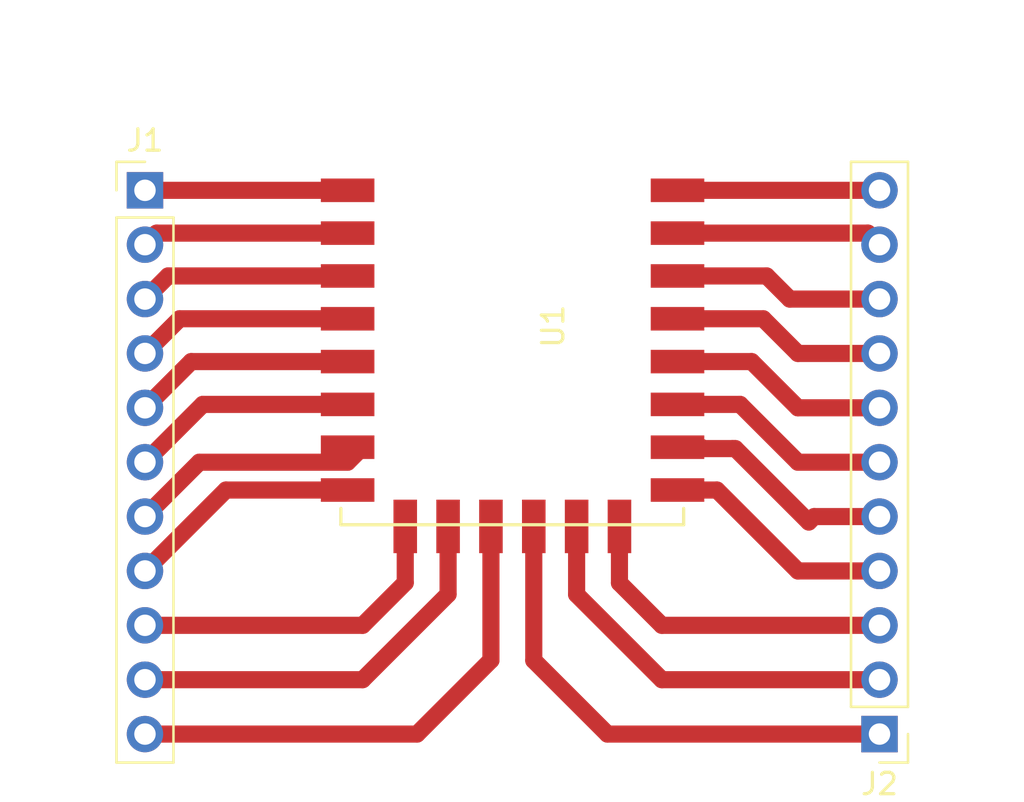
<source format=kicad_pcb>
(kicad_pcb (version 4) (host pcbnew 4.0.7)

  (general
    (links 22)
    (no_connects 0)
    (area 131.587142 95.164999 179.562858 132.945)
    (thickness 1.6)
    (drawings 0)
    (tracks 59)
    (zones 0)
    (modules 3)
    (nets 23)
  )

  (page A4)
  (layers
    (0 F.Cu signal)
    (31 B.Cu signal)
    (32 B.Adhes user)
    (33 F.Adhes user)
    (34 B.Paste user)
    (35 F.Paste user)
    (36 B.SilkS user)
    (37 F.SilkS user)
    (38 B.Mask user)
    (39 F.Mask user)
    (40 Dwgs.User user)
    (41 Cmts.User user)
    (42 Eco1.User user)
    (43 Eco2.User user)
    (44 Edge.Cuts user)
    (45 Margin user)
    (46 B.CrtYd user)
    (47 F.CrtYd user)
    (48 B.Fab user)
    (49 F.Fab user)
  )

  (setup
    (last_trace_width 0.8)
    (trace_clearance 0.2)
    (zone_clearance 0.508)
    (zone_45_only yes)
    (trace_min 0.2)
    (segment_width 0.2)
    (edge_width 0.1)
    (via_size 0.6)
    (via_drill 0.4)
    (via_min_size 0.4)
    (via_min_drill 0.3)
    (uvia_size 0.3)
    (uvia_drill 0.1)
    (uvias_allowed no)
    (uvia_min_size 0.2)
    (uvia_min_drill 0.1)
    (pcb_text_width 0.3)
    (pcb_text_size 1.5 1.5)
    (mod_edge_width 0.15)
    (mod_text_size 1 1)
    (mod_text_width 0.15)
    (pad_size 1.5 1.5)
    (pad_drill 0.6)
    (pad_to_mask_clearance 0)
    (aux_axis_origin 0 0)
    (visible_elements FFFFEF7F)
    (pcbplotparams
      (layerselection 0x00000_00000001)
      (usegerberextensions false)
      (excludeedgelayer false)
      (linewidth 0.100000)
      (plotframeref false)
      (viasonmask false)
      (mode 1)
      (useauxorigin false)
      (hpglpennumber 1)
      (hpglpenspeed 20)
      (hpglpendiameter 15)
      (hpglpenoverlay 2)
      (psnegative true)
      (psa4output false)
      (plotreference true)
      (plotvalue true)
      (plotinvisibletext false)
      (padsonsilk false)
      (subtractmaskfromsilk false)
      (outputformat 5)
      (mirror false)
      (drillshape 1)
      (scaleselection 1)
      (outputdirectory ""))
  )

  (net 0 "")
  (net 1 "Net-(J1-Pad1)")
  (net 2 "Net-(J1-Pad2)")
  (net 3 "Net-(J1-Pad3)")
  (net 4 "Net-(J1-Pad4)")
  (net 5 "Net-(J1-Pad5)")
  (net 6 "Net-(J1-Pad6)")
  (net 7 "Net-(J1-Pad7)")
  (net 8 "Net-(J1-Pad8)")
  (net 9 "Net-(J1-Pad9)")
  (net 10 "Net-(J1-Pad10)")
  (net 11 "Net-(J1-Pad11)")
  (net 12 "Net-(J2-Pad1)")
  (net 13 "Net-(J2-Pad2)")
  (net 14 "Net-(J2-Pad3)")
  (net 15 "Net-(J2-Pad4)")
  (net 16 "Net-(J2-Pad5)")
  (net 17 "Net-(J2-Pad6)")
  (net 18 "Net-(J2-Pad7)")
  (net 19 "Net-(J2-Pad8)")
  (net 20 "Net-(J2-Pad9)")
  (net 21 "Net-(J2-Pad10)")
  (net 22 "Net-(J2-Pad11)")

  (net_class Default "Dies ist die voreingestellte Netzklasse."
    (clearance 0.2)
    (trace_width 0.8)
    (via_dia 0.6)
    (via_drill 0.4)
    (uvia_dia 0.3)
    (uvia_drill 0.1)
    (add_net "Net-(J1-Pad1)")
    (add_net "Net-(J1-Pad10)")
    (add_net "Net-(J1-Pad11)")
    (add_net "Net-(J1-Pad2)")
    (add_net "Net-(J1-Pad3)")
    (add_net "Net-(J1-Pad4)")
    (add_net "Net-(J1-Pad5)")
    (add_net "Net-(J1-Pad6)")
    (add_net "Net-(J1-Pad7)")
    (add_net "Net-(J1-Pad8)")
    (add_net "Net-(J1-Pad9)")
    (add_net "Net-(J2-Pad1)")
    (add_net "Net-(J2-Pad10)")
    (add_net "Net-(J2-Pad11)")
    (add_net "Net-(J2-Pad2)")
    (add_net "Net-(J2-Pad3)")
    (add_net "Net-(J2-Pad4)")
    (add_net "Net-(J2-Pad5)")
    (add_net "Net-(J2-Pad6)")
    (add_net "Net-(J2-Pad7)")
    (add_net "Net-(J2-Pad8)")
    (add_net "Net-(J2-Pad9)")
  )

  (module Pin_Headers:Pin_Header_Straight_1x11_Pitch2.54mm (layer F.Cu) (tedit 59650532) (tstamp 5BD62234)
    (at 138.43 104.14)
    (descr "Through hole straight pin header, 1x11, 2.54mm pitch, single row")
    (tags "Through hole pin header THT 1x11 2.54mm single row")
    (path /5BD4A99D)
    (fp_text reference J1 (at 0 -2.33) (layer F.SilkS)
      (effects (font (size 1 1) (thickness 0.15)))
    )
    (fp_text value Conn_01x11_Male (at 0 27.73) (layer F.Fab)
      (effects (font (size 1 1) (thickness 0.15)))
    )
    (fp_line (start -0.635 -1.27) (end 1.27 -1.27) (layer F.Fab) (width 0.1))
    (fp_line (start 1.27 -1.27) (end 1.27 26.67) (layer F.Fab) (width 0.1))
    (fp_line (start 1.27 26.67) (end -1.27 26.67) (layer F.Fab) (width 0.1))
    (fp_line (start -1.27 26.67) (end -1.27 -0.635) (layer F.Fab) (width 0.1))
    (fp_line (start -1.27 -0.635) (end -0.635 -1.27) (layer F.Fab) (width 0.1))
    (fp_line (start -1.33 26.73) (end 1.33 26.73) (layer F.SilkS) (width 0.12))
    (fp_line (start -1.33 1.27) (end -1.33 26.73) (layer F.SilkS) (width 0.12))
    (fp_line (start 1.33 1.27) (end 1.33 26.73) (layer F.SilkS) (width 0.12))
    (fp_line (start -1.33 1.27) (end 1.33 1.27) (layer F.SilkS) (width 0.12))
    (fp_line (start -1.33 0) (end -1.33 -1.33) (layer F.SilkS) (width 0.12))
    (fp_line (start -1.33 -1.33) (end 0 -1.33) (layer F.SilkS) (width 0.12))
    (fp_line (start -1.8 -1.8) (end -1.8 27.2) (layer F.CrtYd) (width 0.05))
    (fp_line (start -1.8 27.2) (end 1.8 27.2) (layer F.CrtYd) (width 0.05))
    (fp_line (start 1.8 27.2) (end 1.8 -1.8) (layer F.CrtYd) (width 0.05))
    (fp_line (start 1.8 -1.8) (end -1.8 -1.8) (layer F.CrtYd) (width 0.05))
    (fp_text user %R (at 0 12.7 90) (layer F.Fab)
      (effects (font (size 1 1) (thickness 0.15)))
    )
    (pad 1 thru_hole rect (at 0 0) (size 1.7 1.7) (drill 1) (layers *.Cu *.Mask)
      (net 1 "Net-(J1-Pad1)"))
    (pad 2 thru_hole oval (at 0 2.54) (size 1.7 1.7) (drill 1) (layers *.Cu *.Mask)
      (net 2 "Net-(J1-Pad2)"))
    (pad 3 thru_hole oval (at 0 5.08) (size 1.7 1.7) (drill 1) (layers *.Cu *.Mask)
      (net 3 "Net-(J1-Pad3)"))
    (pad 4 thru_hole oval (at 0 7.62) (size 1.7 1.7) (drill 1) (layers *.Cu *.Mask)
      (net 4 "Net-(J1-Pad4)"))
    (pad 5 thru_hole oval (at 0 10.16) (size 1.7 1.7) (drill 1) (layers *.Cu *.Mask)
      (net 5 "Net-(J1-Pad5)"))
    (pad 6 thru_hole oval (at 0 12.7) (size 1.7 1.7) (drill 1) (layers *.Cu *.Mask)
      (net 6 "Net-(J1-Pad6)"))
    (pad 7 thru_hole oval (at 0 15.24) (size 1.7 1.7) (drill 1) (layers *.Cu *.Mask)
      (net 7 "Net-(J1-Pad7)"))
    (pad 8 thru_hole oval (at 0 17.78) (size 1.7 1.7) (drill 1) (layers *.Cu *.Mask)
      (net 8 "Net-(J1-Pad8)"))
    (pad 9 thru_hole oval (at 0 20.32) (size 1.7 1.7) (drill 1) (layers *.Cu *.Mask)
      (net 9 "Net-(J1-Pad9)"))
    (pad 10 thru_hole oval (at 0 22.86) (size 1.7 1.7) (drill 1) (layers *.Cu *.Mask)
      (net 10 "Net-(J1-Pad10)"))
    (pad 11 thru_hole oval (at 0 25.4) (size 1.7 1.7) (drill 1) (layers *.Cu *.Mask)
      (net 11 "Net-(J1-Pad11)"))
    (model ${KISYS3DMOD}/Pin_Headers.3dshapes/Pin_Header_Straight_1x11_Pitch2.54mm.wrl
      (at (xyz 0 0 0))
      (scale (xyz 1 1 1))
      (rotate (xyz 0 0 0))
    )
  )

  (module Pin_Headers:Pin_Header_Straight_1x11_Pitch2.54mm (layer F.Cu) (tedit 59650532) (tstamp 5BD62253)
    (at 172.72 129.54 180)
    (descr "Through hole straight pin header, 1x11, 2.54mm pitch, single row")
    (tags "Through hole pin header THT 1x11 2.54mm single row")
    (path /5BD4A960)
    (fp_text reference J2 (at 0 -2.33 180) (layer F.SilkS)
      (effects (font (size 1 1) (thickness 0.15)))
    )
    (fp_text value Conn_01x11_Male (at 0 27.73 180) (layer F.Fab)
      (effects (font (size 1 1) (thickness 0.15)))
    )
    (fp_line (start -0.635 -1.27) (end 1.27 -1.27) (layer F.Fab) (width 0.1))
    (fp_line (start 1.27 -1.27) (end 1.27 26.67) (layer F.Fab) (width 0.1))
    (fp_line (start 1.27 26.67) (end -1.27 26.67) (layer F.Fab) (width 0.1))
    (fp_line (start -1.27 26.67) (end -1.27 -0.635) (layer F.Fab) (width 0.1))
    (fp_line (start -1.27 -0.635) (end -0.635 -1.27) (layer F.Fab) (width 0.1))
    (fp_line (start -1.33 26.73) (end 1.33 26.73) (layer F.SilkS) (width 0.12))
    (fp_line (start -1.33 1.27) (end -1.33 26.73) (layer F.SilkS) (width 0.12))
    (fp_line (start 1.33 1.27) (end 1.33 26.73) (layer F.SilkS) (width 0.12))
    (fp_line (start -1.33 1.27) (end 1.33 1.27) (layer F.SilkS) (width 0.12))
    (fp_line (start -1.33 0) (end -1.33 -1.33) (layer F.SilkS) (width 0.12))
    (fp_line (start -1.33 -1.33) (end 0 -1.33) (layer F.SilkS) (width 0.12))
    (fp_line (start -1.8 -1.8) (end -1.8 27.2) (layer F.CrtYd) (width 0.05))
    (fp_line (start -1.8 27.2) (end 1.8 27.2) (layer F.CrtYd) (width 0.05))
    (fp_line (start 1.8 27.2) (end 1.8 -1.8) (layer F.CrtYd) (width 0.05))
    (fp_line (start 1.8 -1.8) (end -1.8 -1.8) (layer F.CrtYd) (width 0.05))
    (fp_text user %R (at 0 12.7 270) (layer F.Fab)
      (effects (font (size 1 1) (thickness 0.15)))
    )
    (pad 1 thru_hole rect (at 0 0 180) (size 1.7 1.7) (drill 1) (layers *.Cu *.Mask)
      (net 12 "Net-(J2-Pad1)"))
    (pad 2 thru_hole oval (at 0 2.54 180) (size 1.7 1.7) (drill 1) (layers *.Cu *.Mask)
      (net 13 "Net-(J2-Pad2)"))
    (pad 3 thru_hole oval (at 0 5.08 180) (size 1.7 1.7) (drill 1) (layers *.Cu *.Mask)
      (net 14 "Net-(J2-Pad3)"))
    (pad 4 thru_hole oval (at 0 7.62 180) (size 1.7 1.7) (drill 1) (layers *.Cu *.Mask)
      (net 15 "Net-(J2-Pad4)"))
    (pad 5 thru_hole oval (at 0 10.16 180) (size 1.7 1.7) (drill 1) (layers *.Cu *.Mask)
      (net 16 "Net-(J2-Pad5)"))
    (pad 6 thru_hole oval (at 0 12.7 180) (size 1.7 1.7) (drill 1) (layers *.Cu *.Mask)
      (net 17 "Net-(J2-Pad6)"))
    (pad 7 thru_hole oval (at 0 15.24 180) (size 1.7 1.7) (drill 1) (layers *.Cu *.Mask)
      (net 18 "Net-(J2-Pad7)"))
    (pad 8 thru_hole oval (at 0 17.78 180) (size 1.7 1.7) (drill 1) (layers *.Cu *.Mask)
      (net 19 "Net-(J2-Pad8)"))
    (pad 9 thru_hole oval (at 0 20.32 180) (size 1.7 1.7) (drill 1) (layers *.Cu *.Mask)
      (net 20 "Net-(J2-Pad9)"))
    (pad 10 thru_hole oval (at 0 22.86 180) (size 1.7 1.7) (drill 1) (layers *.Cu *.Mask)
      (net 21 "Net-(J2-Pad10)"))
    (pad 11 thru_hole oval (at 0 25.4 180) (size 1.7 1.7) (drill 1) (layers *.Cu *.Mask)
      (net 22 "Net-(J2-Pad11)"))
    (model ${KISYS3DMOD}/Pin_Headers.3dshapes/Pin_Header_Straight_1x11_Pitch2.54mm.wrl
      (at (xyz 0 0 0))
      (scale (xyz 1 1 1))
      (rotate (xyz 0 0 0))
    )
  )

  (module ESP8266:ESP-12E_SMD (layer F.Cu) (tedit 58FB7FFE) (tstamp 5BD62281)
    (at 148.59 104.14)
    (descr "Module, ESP-8266, ESP-12, 16 pad, SMD")
    (tags "Module ESP-8266 ESP8266")
    (path /5BD496BF)
    (fp_text reference U1 (at 8.89 6.35 90) (layer F.SilkS)
      (effects (font (size 1 1) (thickness 0.15)))
    )
    (fp_text value ESP-12E (at 5.08 6.35 90) (layer F.Fab) hide
      (effects (font (size 1 1) (thickness 0.15)))
    )
    (fp_line (start -2.25 -0.5) (end -2.25 -8.75) (layer F.CrtYd) (width 0.05))
    (fp_line (start -2.25 -8.75) (end 15.25 -8.75) (layer F.CrtYd) (width 0.05))
    (fp_line (start 15.25 -8.75) (end 16.25 -8.75) (layer F.CrtYd) (width 0.05))
    (fp_line (start 16.25 -8.75) (end 16.25 16) (layer F.CrtYd) (width 0.05))
    (fp_line (start 16.25 16) (end -2.25 16) (layer F.CrtYd) (width 0.05))
    (fp_line (start -2.25 16) (end -2.25 -0.5) (layer F.CrtYd) (width 0.05))
    (fp_line (start -1.016 -8.382) (end 14.986 -8.382) (layer F.CrtYd) (width 0.1524))
    (fp_line (start 14.986 -8.382) (end 14.986 -0.889) (layer F.CrtYd) (width 0.1524))
    (fp_line (start -1.016 -8.382) (end -1.016 -1.016) (layer F.CrtYd) (width 0.1524))
    (fp_line (start -1.016 14.859) (end -1.016 15.621) (layer F.SilkS) (width 0.1524))
    (fp_line (start -1.016 15.621) (end 14.986 15.621) (layer F.SilkS) (width 0.1524))
    (fp_line (start 14.986 15.621) (end 14.986 14.859) (layer F.SilkS) (width 0.1524))
    (fp_line (start 14.992 -8.4) (end -1.008 -2.6) (layer F.CrtYd) (width 0.1524))
    (fp_line (start -1.008 -8.4) (end 14.992 -2.6) (layer F.CrtYd) (width 0.1524))
    (fp_text user "No Copper" (at 6.892 -5.4) (layer F.CrtYd)
      (effects (font (size 1 1) (thickness 0.15)))
    )
    (fp_line (start -1.008 -2.6) (end 14.992 -2.6) (layer F.CrtYd) (width 0.1524))
    (fp_line (start 15 -8.4) (end 15 15.6) (layer F.Fab) (width 0.05))
    (fp_line (start 14.992 15.6) (end -1.008 15.6) (layer F.Fab) (width 0.05))
    (fp_line (start -1.008 15.6) (end -1.008 -8.4) (layer F.Fab) (width 0.05))
    (fp_line (start -1.008 -8.4) (end 14.992 -8.4) (layer F.Fab) (width 0.05))
    (pad 1 smd rect (at 0 0) (size 2.5 1.1) (drill (offset -0.7 0)) (layers F.Cu F.Paste F.Mask)
      (net 1 "Net-(J1-Pad1)"))
    (pad 2 smd rect (at 0 2) (size 2.5 1.1) (drill (offset -0.7 0)) (layers F.Cu F.Paste F.Mask)
      (net 2 "Net-(J1-Pad2)"))
    (pad 3 smd rect (at 0 4) (size 2.5 1.1) (drill (offset -0.7 0)) (layers F.Cu F.Paste F.Mask)
      (net 3 "Net-(J1-Pad3)"))
    (pad 4 smd rect (at 0 6) (size 2.5 1.1) (drill (offset -0.7 0)) (layers F.Cu F.Paste F.Mask)
      (net 4 "Net-(J1-Pad4)"))
    (pad 5 smd rect (at 0 8) (size 2.5 1.1) (drill (offset -0.7 0)) (layers F.Cu F.Paste F.Mask)
      (net 5 "Net-(J1-Pad5)"))
    (pad 6 smd rect (at 0 10) (size 2.5 1.1) (drill (offset -0.7 0)) (layers F.Cu F.Paste F.Mask)
      (net 6 "Net-(J1-Pad6)"))
    (pad 7 smd rect (at 0 12) (size 2.5 1.1) (drill (offset -0.7 0)) (layers F.Cu F.Paste F.Mask)
      (net 7 "Net-(J1-Pad7)"))
    (pad 8 smd rect (at 0 14) (size 2.5 1.1) (drill (offset -0.7 0)) (layers F.Cu F.Paste F.Mask)
      (net 8 "Net-(J1-Pad8)"))
    (pad 9 smd rect (at 14 14) (size 2.5 1.1) (drill (offset 0.7 0)) (layers F.Cu F.Paste F.Mask)
      (net 15 "Net-(J2-Pad4)"))
    (pad 10 smd rect (at 14 12) (size 2.5 1.1) (drill (offset 0.7 0)) (layers F.Cu F.Paste F.Mask)
      (net 16 "Net-(J2-Pad5)"))
    (pad 11 smd rect (at 14 10) (size 2.5 1.1) (drill (offset 0.7 0)) (layers F.Cu F.Paste F.Mask)
      (net 17 "Net-(J2-Pad6)"))
    (pad 12 smd rect (at 14 8) (size 2.5 1.1) (drill (offset 0.7 0)) (layers F.Cu F.Paste F.Mask)
      (net 18 "Net-(J2-Pad7)"))
    (pad 13 smd rect (at 14 6) (size 2.5 1.1) (drill (offset 0.7 0)) (layers F.Cu F.Paste F.Mask)
      (net 19 "Net-(J2-Pad8)"))
    (pad 14 smd rect (at 14 4) (size 2.5 1.1) (drill (offset 0.7 0)) (layers F.Cu F.Paste F.Mask)
      (net 20 "Net-(J2-Pad9)"))
    (pad 15 smd rect (at 14 2) (size 2.5 1.1) (drill (offset 0.7 0)) (layers F.Cu F.Paste F.Mask)
      (net 21 "Net-(J2-Pad10)"))
    (pad 16 smd rect (at 14 0) (size 2.5 1.1) (drill (offset 0.7 0)) (layers F.Cu F.Paste F.Mask)
      (net 22 "Net-(J2-Pad11)"))
    (pad 17 smd rect (at 1.99 15 90) (size 2.5 1.1) (drill (offset -0.7 0)) (layers F.Cu F.Paste F.Mask)
      (net 9 "Net-(J1-Pad9)"))
    (pad 18 smd rect (at 3.99 15 90) (size 2.5 1.1) (drill (offset -0.7 0)) (layers F.Cu F.Paste F.Mask)
      (net 10 "Net-(J1-Pad10)"))
    (pad 19 smd rect (at 5.99 15 90) (size 2.5 1.1) (drill (offset -0.7 0)) (layers F.Cu F.Paste F.Mask)
      (net 11 "Net-(J1-Pad11)"))
    (pad 20 smd rect (at 7.99 15 90) (size 2.5 1.1) (drill (offset -0.7 0)) (layers F.Cu F.Paste F.Mask)
      (net 12 "Net-(J2-Pad1)"))
    (pad 21 smd rect (at 9.99 15 90) (size 2.5 1.1) (drill (offset -0.7 0)) (layers F.Cu F.Paste F.Mask)
      (net 13 "Net-(J2-Pad2)"))
    (pad 22 smd rect (at 11.99 15 90) (size 2.5 1.1) (drill (offset -0.7 0)) (layers F.Cu F.Paste F.Mask)
      (net 14 "Net-(J2-Pad3)"))
    (model ${ESPLIB}/ESP8266.3dshapes/ESP-12.wrl
      (at (xyz 0 0 0))
      (scale (xyz 0.3937 0.3937 0.3937))
      (rotate (xyz 0 0 0))
    )
  )

  (segment (start 148.59 104.14) (end 138.43 104.14) (width 0.8) (layer F.Cu) (net 1))
  (segment (start 148.59 106.14) (end 138.97 106.14) (width 0.8) (layer F.Cu) (net 2))
  (segment (start 138.97 106.14) (end 138.43 106.68) (width 0.8) (layer F.Cu) (net 2) (tstamp 5BDB3860))
  (segment (start 147.32 108.14) (end 139.51 108.14) (width 0.8) (layer F.Cu) (net 3))
  (segment (start 139.51 108.14) (end 138.43 109.22) (width 0.8) (layer F.Cu) (net 3) (tstamp 5BDB386E))
  (segment (start 148.59 110.14) (end 140.05 110.14) (width 0.8) (layer F.Cu) (net 4))
  (segment (start 140.05 110.14) (end 138.43 111.76) (width 0.8) (layer F.Cu) (net 4) (tstamp 5BDB3875))
  (segment (start 148.59 112.14) (end 140.59 112.14) (width 0.8) (layer F.Cu) (net 5))
  (segment (start 140.59 112.14) (end 138.43 114.3) (width 0.8) (layer F.Cu) (net 5) (tstamp 5BDB3879))
  (segment (start 148.59 114.14) (end 141.13 114.14) (width 0.8) (layer F.Cu) (net 6))
  (segment (start 141.13 114.14) (end 138.43 116.84) (width 0.8) (layer F.Cu) (net 6) (tstamp 5BDB387D))
  (segment (start 148.59 116.14) (end 147.89 116.84) (width 0.8) (layer F.Cu) (net 7))
  (segment (start 140.97 116.84) (end 138.43 119.38) (width 0.8) (layer F.Cu) (net 7) (tstamp 5BDB421B))
  (segment (start 147.89 116.84) (end 140.97 116.84) (width 0.8) (layer F.Cu) (net 7) (tstamp 5BDB4219))
  (segment (start 148.59 118.14) (end 142.21 118.14) (width 0.8) (layer F.Cu) (net 8))
  (segment (start 142.21 118.14) (end 138.43 121.92) (width 0.8) (layer F.Cu) (net 8) (tstamp 5BDB3885))
  (segment (start 150.58 119.14) (end 150.58 122.47) (width 0.8) (layer F.Cu) (net 9))
  (segment (start 148.59 124.46) (end 138.43 124.46) (width 0.8) (layer F.Cu) (net 9) (tstamp 5BDB38A6))
  (segment (start 150.58 122.47) (end 148.59 124.46) (width 0.8) (layer F.Cu) (net 9) (tstamp 5BDB38A3))
  (segment (start 152.58 119.14) (end 152.58 123.01) (width 0.8) (layer F.Cu) (net 10))
  (segment (start 148.59 127) (end 138.43 127) (width 0.8) (layer F.Cu) (net 10) (tstamp 5BDB38B1))
  (segment (start 152.58 123.01) (end 148.59 127) (width 0.8) (layer F.Cu) (net 10) (tstamp 5BDB38AB))
  (segment (start 154.58 119.14) (end 154.58 126.09) (width 0.8) (layer F.Cu) (net 11))
  (segment (start 154.58 126.09) (end 151.13 129.54) (width 0.8) (layer F.Cu) (net 11) (tstamp 5BDB38B5))
  (segment (start 151.13 129.54) (end 138.43 129.54) (width 0.8) (layer F.Cu) (net 11) (tstamp 5BDB38B9))
  (segment (start 156.58 119.14) (end 156.58 126.1) (width 0.8) (layer F.Cu) (net 12))
  (segment (start 160.02 129.54) (end 172.72 129.54) (width 0.8) (layer F.Cu) (net 12) (tstamp 5BD62403))
  (segment (start 156.58 126.1) (end 160.02 129.54) (width 0.8) (layer F.Cu) (net 12) (tstamp 5BD62401))
  (segment (start 172.72 127) (end 162.56 127) (width 0.8) (layer F.Cu) (net 13))
  (segment (start 158.58 123.02) (end 162.56 127) (width 0.8) (layer F.Cu) (net 13) (tstamp 5BD623FB))
  (segment (start 158.58 123.02) (end 158.58 119.14) (width 0.8) (layer F.Cu) (net 13))
  (segment (start 160.58 119.14) (end 160.58 122.48) (width 0.8) (layer F.Cu) (net 14))
  (segment (start 162.56 124.46) (end 172.72 124.46) (width 0.8) (layer F.Cu) (net 14) (tstamp 5BD623F7))
  (segment (start 160.58 122.48) (end 162.56 124.46) (width 0.8) (layer F.Cu) (net 14) (tstamp 5BD623F5))
  (segment (start 162.59 118.14) (end 165.13 118.14) (width 0.8) (layer F.Cu) (net 15))
  (segment (start 165.13 118.14) (end 168.91 121.92) (width 0.8) (layer F.Cu) (net 15) (tstamp 5BD623EF))
  (segment (start 168.91 121.92) (end 172.72 121.92) (width 0.8) (layer F.Cu) (net 15) (tstamp 5BD623F1))
  (segment (start 169.418 119.634) (end 169.672 119.38) (width 0.8) (layer F.Cu) (net 16))
  (segment (start 165.862 116.205) (end 165.989 116.205) (width 0.8) (layer F.Cu) (net 16) (tstamp 5BDB5545))
  (segment (start 165.989 116.205) (end 169.418 119.634) (width 0.8) (layer F.Cu) (net 16) (tstamp 5BDB5548))
  (segment (start 162.655 116.205) (end 165.862 116.205) (width 0.8) (layer F.Cu) (net 16) (tstamp 5BDB5543) (status 400000))
  (segment (start 169.672 119.38) (end 172.72 119.38) (width 0.8) (layer F.Cu) (net 16) (tstamp 5BDB554F) (status 800000))
  (segment (start 162.59 116.14) (end 162.655 116.205) (width 0.8) (layer F.Cu) (net 16) (status C00000))
  (segment (start 162.59 116.14) (end 164.4 116.14) (width 0.8) (layer F.Cu) (net 16))
  (segment (start 162.59 114.14) (end 166.21 114.14) (width 0.8) (layer F.Cu) (net 17))
  (segment (start 168.91 116.84) (end 172.72 116.84) (width 0.8) (layer F.Cu) (net 17) (tstamp 5BD623E5))
  (segment (start 166.21 114.14) (end 168.91 116.84) (width 0.8) (layer F.Cu) (net 17) (tstamp 5BD623E3))
  (segment (start 162.59 112.14) (end 166.75 112.14) (width 0.8) (layer F.Cu) (net 18))
  (segment (start 168.91 114.3) (end 172.72 114.3) (width 0.8) (layer F.Cu) (net 18) (tstamp 5BD623DF))
  (segment (start 166.75 112.14) (end 168.91 114.3) (width 0.8) (layer F.Cu) (net 18) (tstamp 5BD623DD))
  (segment (start 162.59 110.14) (end 167.29 110.14) (width 0.8) (layer F.Cu) (net 19))
  (segment (start 168.91 111.76) (end 172.72 111.76) (width 0.8) (layer F.Cu) (net 19) (tstamp 5BD623D8))
  (segment (start 167.29 110.14) (end 168.91 111.76) (width 0.8) (layer F.Cu) (net 19) (tstamp 5BD623D6))
  (segment (start 162.59 108.14) (end 167.45 108.14) (width 0.8) (layer F.Cu) (net 20))
  (segment (start 168.53 109.22) (end 172.72 109.22) (width 0.8) (layer F.Cu) (net 20) (tstamp 5BD623D3))
  (segment (start 167.45 108.14) (end 168.53 109.22) (width 0.8) (layer F.Cu) (net 20) (tstamp 5BD623D2))
  (segment (start 162.59 106.14) (end 172.18 106.14) (width 0.8) (layer F.Cu) (net 21))
  (segment (start 172.18 106.14) (end 172.72 106.68) (width 0.8) (layer F.Cu) (net 21) (tstamp 5BD623CF))
  (segment (start 162.59 104.14) (end 172.72 104.14) (width 0.8) (layer F.Cu) (net 22))

  (zone (net 0) (net_name "") (layer F.Cu) (tstamp 5BDB41E0) (hatch edge 0.508)
    (connect_pads (clearance 0.508))
    (min_thickness 0.254)
    (keepout (tracks not_allowed) (vias not_allowed) (copperpour allowed))
    (fill (arc_segments 16) (thermal_gap 0.508) (thermal_bridge_width 0.508))
    (polygon
      (pts
        (xy 147.32 96.52) (xy 147.32 101.6) (xy 163.83 101.6) (xy 163.83 95.25) (xy 147.32 95.25)
      )
    )
  )
)

</source>
